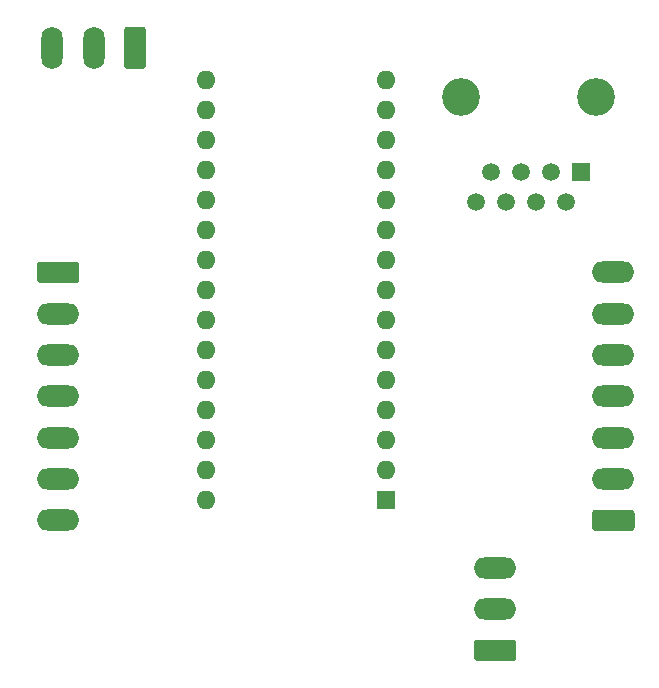
<source format=gbr>
%TF.GenerationSoftware,KiCad,Pcbnew,(5.1.9-0-10_14)*%
%TF.CreationDate,2023-02-10T00:43:38-05:00*%
%TF.ProjectId,LiControl,4c69436f-6e74-4726-9f6c-2e6b69636164,rev?*%
%TF.SameCoordinates,Original*%
%TF.FileFunction,Soldermask,Top*%
%TF.FilePolarity,Negative*%
%FSLAX46Y46*%
G04 Gerber Fmt 4.6, Leading zero omitted, Abs format (unit mm)*
G04 Created by KiCad (PCBNEW (5.1.9-0-10_14)) date 2023-02-10 00:43:38*
%MOMM*%
%LPD*%
G01*
G04 APERTURE LIST*
%ADD10R,1.600000X1.600000*%
%ADD11O,1.600000X1.600000*%
%ADD12C,3.200000*%
%ADD13R,1.500000X1.500000*%
%ADD14C,1.500000*%
%ADD15O,3.600000X1.800000*%
%ADD16O,1.800000X3.600000*%
G04 APERTURE END LIST*
D10*
%TO.C,A1*%
X118000000Y-98250000D03*
D11*
X102760000Y-65230000D03*
X118000000Y-95710000D03*
X102760000Y-67770000D03*
X118000000Y-93170000D03*
X102760000Y-70310000D03*
X118000000Y-90630000D03*
X102760000Y-72850000D03*
X118000000Y-88090000D03*
X102760000Y-75390000D03*
X118000000Y-85550000D03*
X102760000Y-77930000D03*
X118000000Y-83010000D03*
X102760000Y-80470000D03*
X118000000Y-80470000D03*
X102760000Y-83010000D03*
X118000000Y-77930000D03*
X102760000Y-85550000D03*
X118000000Y-75390000D03*
X102760000Y-88090000D03*
X118000000Y-72850000D03*
X102760000Y-90630000D03*
X118000000Y-70310000D03*
X102760000Y-93170000D03*
X118000000Y-67770000D03*
X102760000Y-95710000D03*
X118000000Y-65230000D03*
X102760000Y-98250000D03*
X118000000Y-62690000D03*
X102760000Y-62690000D03*
%TD*%
D12*
%TO.C,J5*%
X124340000Y-64150000D03*
X135770000Y-64150000D03*
D13*
X134500000Y-70500000D03*
D14*
X133230000Y-73040000D03*
X131960000Y-70500000D03*
X130690000Y-73040000D03*
X129420000Y-70500000D03*
X128150000Y-73040000D03*
X126880000Y-70500000D03*
X125610000Y-73040000D03*
%TD*%
%TO.C,J4*%
G36*
G01*
X138800000Y-100900000D02*
X135700000Y-100900000D01*
G75*
G02*
X135450000Y-100650000I0J250000D01*
G01*
X135450000Y-99350000D01*
G75*
G02*
X135700000Y-99100000I250000J0D01*
G01*
X138800000Y-99100000D01*
G75*
G02*
X139050000Y-99350000I0J-250000D01*
G01*
X139050000Y-100650000D01*
G75*
G02*
X138800000Y-100900000I-250000J0D01*
G01*
G37*
D15*
X137250000Y-96500000D03*
X137250000Y-93000000D03*
X137250000Y-89500000D03*
X137250000Y-86000000D03*
X137250000Y-82500000D03*
X137250000Y-79000000D03*
%TD*%
%TO.C,J1*%
G36*
G01*
X88700000Y-78100000D02*
X91800000Y-78100000D01*
G75*
G02*
X92050000Y-78350000I0J-250000D01*
G01*
X92050000Y-79650000D01*
G75*
G02*
X91800000Y-79900000I-250000J0D01*
G01*
X88700000Y-79900000D01*
G75*
G02*
X88450000Y-79650000I0J250000D01*
G01*
X88450000Y-78350000D01*
G75*
G02*
X88700000Y-78100000I250000J0D01*
G01*
G37*
X90250000Y-82500000D03*
X90250000Y-86000000D03*
X90250000Y-89500000D03*
X90250000Y-93000000D03*
X90250000Y-96500000D03*
X90250000Y-100000000D03*
%TD*%
%TO.C,J2*%
G36*
G01*
X97650000Y-58450000D02*
X97650000Y-61550000D01*
G75*
G02*
X97400000Y-61800000I-250000J0D01*
G01*
X96100000Y-61800000D01*
G75*
G02*
X95850000Y-61550000I0J250000D01*
G01*
X95850000Y-58450000D01*
G75*
G02*
X96100000Y-58200000I250000J0D01*
G01*
X97400000Y-58200000D01*
G75*
G02*
X97650000Y-58450000I0J-250000D01*
G01*
G37*
D16*
X93250000Y-60000000D03*
X89750000Y-60000000D03*
%TD*%
D15*
%TO.C,J3*%
X127250000Y-104000000D03*
X127250000Y-107500000D03*
G36*
G01*
X128800000Y-111900000D02*
X125700000Y-111900000D01*
G75*
G02*
X125450000Y-111650000I0J250000D01*
G01*
X125450000Y-110350000D01*
G75*
G02*
X125700000Y-110100000I250000J0D01*
G01*
X128800000Y-110100000D01*
G75*
G02*
X129050000Y-110350000I0J-250000D01*
G01*
X129050000Y-111650000D01*
G75*
G02*
X128800000Y-111900000I-250000J0D01*
G01*
G37*
%TD*%
M02*

</source>
